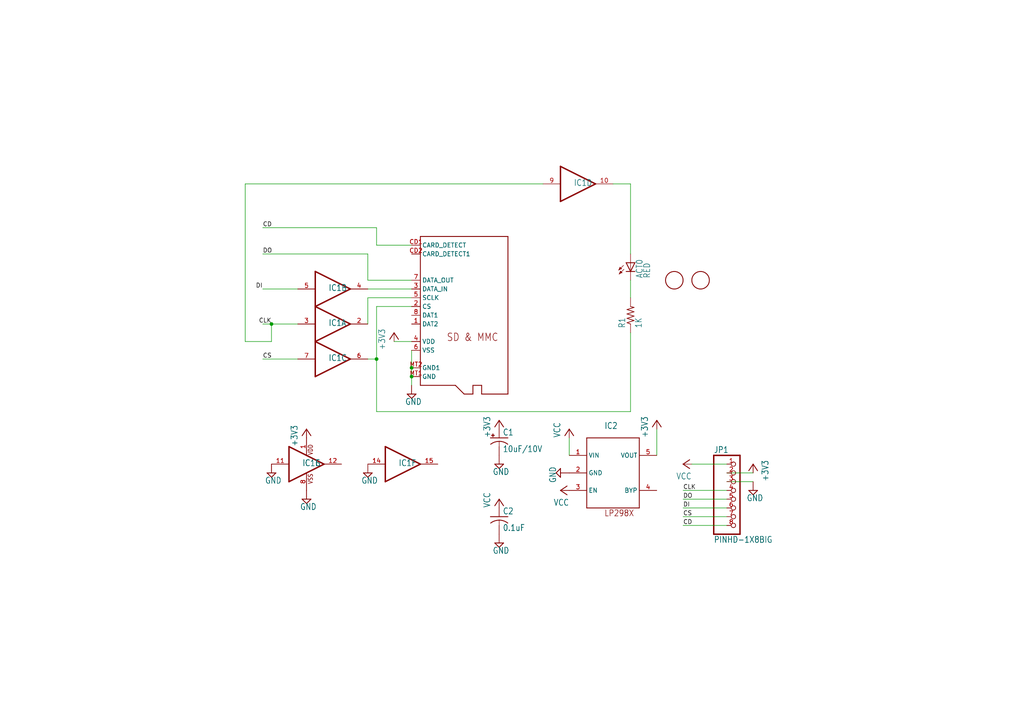
<source format=kicad_sch>
(kicad_sch (version 20211123) (generator eeschema)
  (paper "A4")
  (lib_symbols
    (symbol "schematicEagle-eagle-import:+3V3" (power)
      (property "Value" "+3V3" (at -2.54 -5.08 90))
      (symbol "+3V3_1_0"
        (polyline (pts (xy 0 0) (xy -1.27 -1.905)) (stroke (width 0.254)))
        (polyline (pts (xy 1.27 -1.905) (xy 0 0)) (stroke (width 0.254)))
        (pin power_in line (at 0 -2.54 90) (length 2.54) (name "+3V3") (number "1"))
      )
    )
    (symbol "schematicEagle-eagle-import:4050D"
      (property "Reference" "IC" (at -1.27 -0.635 0))
      (symbol "4050D_1_0"
        (polyline (pts (xy -5.08 -5.08) (xy 5.08 0)) (stroke (width 0.4064)))
        (polyline (pts (xy -5.08 5.08) (xy -5.08 -5.08)) (stroke (width 0.4064)))
        (polyline (pts (xy 5.08 0) (xy -5.08 5.08)) (stroke (width 0.4064)))
        (pin output line (at 10.16 0 180) (length 5.08) (name "O") (number "2"))
        (pin input line (at -10.16 0 0) (length 5.08) (name "I") (number "3"))
      )
      (symbol "4050D_2_0"
        (polyline (pts (xy -5.08 -5.08) (xy 5.08 0)) (stroke (width 0.4064)))
        (polyline (pts (xy -5.08 5.08) (xy -5.08 -5.08)) (stroke (width 0.4064)))
        (polyline (pts (xy 5.08 0) (xy -5.08 5.08)) (stroke (width 0.4064)))
        (pin output line (at 10.16 0 180) (length 5.08) (name "O") (number "4"))
        (pin input line (at -10.16 0 0) (length 5.08) (name "I") (number "5"))
      )
      (symbol "4050D_3_0"
        (polyline (pts (xy -5.08 -5.08) (xy 5.08 0)) (stroke (width 0.4064)))
        (polyline (pts (xy -5.08 5.08) (xy -5.08 -5.08)) (stroke (width 0.4064)))
        (polyline (pts (xy 5.08 0) (xy -5.08 5.08)) (stroke (width 0.4064)))
        (pin output line (at 10.16 0 180) (length 5.08) (name "O") (number "6"))
        (pin input line (at -10.16 0 0) (length 5.08) (name "I") (number "7"))
      )
      (symbol "4050D_4_0"
        (polyline (pts (xy -5.08 -5.08) (xy 5.08 0)) (stroke (width 0.4064)))
        (polyline (pts (xy -5.08 5.08) (xy -5.08 -5.08)) (stroke (width 0.4064)))
        (polyline (pts (xy 5.08 0) (xy -5.08 5.08)) (stroke (width 0.4064)))
        (pin output line (at 10.16 0 180) (length 5.08) (name "O") (number "10"))
        (pin input line (at -10.16 0 0) (length 5.08) (name "I") (number "9"))
      )
      (symbol "4050D_5_0"
        (polyline (pts (xy -5.08 -5.08) (xy 5.08 0)) (stroke (width 0.4064)))
        (polyline (pts (xy -5.08 5.08) (xy -5.08 -5.08)) (stroke (width 0.4064)))
        (polyline (pts (xy 5.08 0) (xy -5.08 5.08)) (stroke (width 0.4064)))
        (pin input line (at -10.16 0 0) (length 5.08) (name "I") (number "11"))
        (pin output line (at 10.16 0 180) (length 5.08) (name "O") (number "12"))
      )
      (symbol "4050D_6_0"
        (polyline (pts (xy -5.08 -5.08) (xy 5.08 0)) (stroke (width 0.4064)))
        (polyline (pts (xy -5.08 5.08) (xy -5.08 -5.08)) (stroke (width 0.4064)))
        (polyline (pts (xy 5.08 0) (xy -5.08 5.08)) (stroke (width 0.4064)))
        (pin input line (at -10.16 0 0) (length 5.08) (name "I") (number "14"))
        (pin output line (at 10.16 0 180) (length 5.08) (name "O") (number "15"))
      )
      (symbol "4050D_7_0"
        (text "VDD" (at 1.905 2.54 900) (effects (font (size 1.27 1.0795)) (justify left bottom)))
        (text "VSS" (at 1.905 -5.842 900) (effects (font (size 1.27 1.0795)) (justify left bottom)))
        (pin power_in line (at 0 7.62 270) (length 5.08) (name "VDD") (number "1"))
        (pin power_in line (at 0 -7.62 90) (length 5.08) (name "VSS") (number "8"))
      )
    )
    (symbol "schematicEagle-eagle-import:C-USC0805K"
      (property "Reference" "C" (at 1.016 0.635 0))
      (property "Value" "C-USC0805K" (at 1.016 -4.191 0))
      (symbol "C-USC0805K_1_0"
        (arc (start 0 -1.0161) (mid -1.302 -1.2303) (end -2.4668 -1.8504) (stroke (width 0.254)))
        (polyline (pts (xy -2.54 0) (xy 2.54 0)) (stroke (width 0.254)))
        (polyline (pts (xy 0 -1.016) (xy 0 -2.54)) (stroke (width 0.1524)))
        (arc (start 2.4892 -1.8542) (mid 1.3158 -1.2195) (end 0 -1) (stroke (width 0.254)))
        (pin passive line (at 0 2.54 270) (length 2.54) (name "1") (number "1"))
        (pin passive line (at 0 -5.08 90) (length 2.54) (name "2") (number "2"))
      )
    )
    (symbol "schematicEagle-eagle-import:CPOL-USA{slash}3216-18R"
      (property "Reference" "C" (at 1.016 0.635 0))
      (property "Value" "CPOL-USA{slash}3216-18R" (at 1.016 -4.191 0))
      (symbol "CPOL-USA{slash}3216-18R_1_0"
        (rectangle (start -2.253 0.668) (end -1.364 0.795) (fill (type outline)))
        (rectangle (start -1.872 0.287) (end -1.745 1.176) (fill (type outline)))
        (arc (start 0 -1.0161) (mid -1.3021 -1.2302) (end -2.4669 -1.8504) (stroke (width 0.254)))
        (polyline (pts (xy -2.54 0) (xy 2.54 0)) (stroke (width 0.254)))
        (polyline (pts (xy 0 -1.016) (xy 0 -2.54)) (stroke (width 0.1524)))
        (arc (start 2.4892 -1.8542) (mid 1.3158 -1.2195) (end 0 -1) (stroke (width 0.254)))
        (pin passive line (at 0 2.54 270) (length 2.54) (name "+") (number "+"))
        (pin passive line (at 0 -5.08 90) (length 2.54) (name "-") (number "-"))
      )
    )
    (symbol "schematicEagle-eagle-import:FIDUCIAL"
      (symbol "FIDUCIAL_1_0"
        (circle (center 0 0) (radius 2.54) (stroke (width 0.254)))
      )
    )
    (symbol "schematicEagle-eagle-import:GND" (power)
      (property "Value" "GND" (at -1.905 -3.175 0))
      (symbol "GND_1_0"
        (polyline (pts (xy -1.27 0) (xy 1.27 0)) (stroke (width 0.254)))
        (polyline (pts (xy 0 -1.27) (xy -1.27 0)) (stroke (width 0.254)))
        (polyline (pts (xy 1.27 0) (xy 0 -1.27)) (stroke (width 0.254)))
        (pin power_in line (at 0 2.54 270) (length 2.54) (name "GND") (number "1"))
      )
    )
    (symbol "schematicEagle-eagle-import:LEDCHIP-LED0805"
      (property "Reference" "LED" (at 3.556 -4.572 90))
      (property "Value" "LEDCHIP-LED0805" (at 5.715 -4.572 90))
      (symbol "LEDCHIP-LED0805_1_0"
        (polyline (pts (xy -2.032 -0.762) (xy -3.429 -2.159)) (stroke (width 0.1524)))
        (polyline (pts (xy -1.905 -1.905) (xy -3.302 -3.302)) (stroke (width 0.1524)))
        (polyline (pts (xy 0 -2.54) (xy -1.27 -2.54)) (stroke (width 0.254)))
        (polyline (pts (xy 0 -2.54) (xy -1.27 0)) (stroke (width 0.254)))
        (polyline (pts (xy 0 0) (xy -1.27 0)) (stroke (width 0.254)))
        (polyline (pts (xy 0 0) (xy 0 -2.54)) (stroke (width 0.1524)))
        (polyline (pts (xy 1.27 -2.54) (xy 0 -2.54)) (stroke (width 0.254)))
        (polyline (pts (xy 1.27 0) (xy 0 -2.54)) (stroke (width 0.254)))
        (polyline (pts (xy 1.27 0) (xy 0 0)) (stroke (width 0.254)))
        (polyline (pts (xy -3.429 -2.159) (xy -3.048 -1.27) (xy -2.54 -1.778)) (fill (type outline)))
        (polyline (pts (xy -3.302 -3.302) (xy -2.921 -2.413) (xy -2.413 -2.921)) (fill (type outline)))
        (pin passive line (at 0 2.54 270) (length 2.54) (name "A") (number "A"))
        (pin passive line (at 0 -5.08 90) (length 2.54) (name "C") (number "C"))
      )
    )
    (symbol "schematicEagle-eagle-import:LP298XS"
      (property "Reference" "IC" (at -12.7 -5.08 90))
      (symbol "LP298XS_1_0"
        (polyline (pts (xy -10.16 -10.16) (xy 10.16 -10.16)) (stroke (width 0.254)))
        (polyline (pts (xy -10.16 5.08) (xy -10.16 -10.16)) (stroke (width 0.254)))
        (polyline (pts (xy 10.16 -10.16) (xy 10.16 5.08)) (stroke (width 0.254)))
        (polyline (pts (xy 10.16 5.08) (xy -10.16 5.08)) (stroke (width 0.254)))
        (text "LP298X" (at 12.7 -5.08 900) (effects (font (size 1.778 1.5113)) (justify left bottom)))
        (pin bidirectional line (at -5.08 -15.24 90) (length 5.08) (name "VIN") (number "1"))
        (pin bidirectional line (at 0 -15.24 90) (length 5.08) (name "GND") (number "2"))
        (pin bidirectional line (at 5.08 -15.24 90) (length 5.08) (name "EN") (number "3"))
        (pin bidirectional line (at 5.08 10.16 270) (length 5.08) (name "BYP") (number "4"))
        (pin bidirectional line (at -5.08 10.16 270) (length 5.08) (name "VOUT") (number "5"))
      )
    )
    (symbol "schematicEagle-eagle-import:MICROSD"
      (symbol "MICROSD_1_0"
        (polyline (pts (xy -15.24 -22.86) (xy -5.08 -22.86)) (stroke (width 0.254)))
        (polyline (pts (xy -15.24 20.32) (xy -15.24 -22.86)) (stroke (width 0.254)))
        (polyline (pts (xy -5.08 -22.86) (xy -2.54 -25.4)) (stroke (width 0.254)))
        (polyline (pts (xy -2.54 -25.4) (xy 0 -25.4)) (stroke (width 0.254)))
        (polyline (pts (xy 0 -25.4) (xy 0 -22.86)) (stroke (width 0.254)))
        (polyline (pts (xy 0 -22.86) (xy 2.54 -22.86)) (stroke (width 0.254)))
        (polyline (pts (xy 2.54 -25.4) (xy 10.16 -25.4)) (stroke (width 0.254)))
        (polyline (pts (xy 2.54 -22.86) (xy 2.54 -25.4)) (stroke (width 0.254)))
        (polyline (pts (xy 10.16 -25.4) (xy 10.16 20.32)) (stroke (width 0.254)))
        (polyline (pts (xy 10.16 20.32) (xy -15.24 20.32)) (stroke (width 0.254)))
        (text "SD & MMC" (at -7.62 -10.16 0) (effects (font (size 2.1844 1.8567)) (justify left bottom)))
        (pin bidirectional line (at -17.78 -5.08 0) (length 2.54) (name "DAT2") (number "1"))
        (pin input line (at -17.78 0 0) (length 2.54) (name "CS") (number "2"))
        (pin input line (at -17.78 5.08 0) (length 2.54) (name "DATA_IN") (number "3"))
        (pin power_in line (at -17.78 -10.16 0) (length 2.54) (name "VDD") (number "4"))
        (pin input line (at -17.78 2.54 0) (length 2.54) (name "SCLK") (number "5"))
        (pin power_in line (at -17.78 -12.7 0) (length 2.54) (name "VSS") (number "6"))
        (pin output line (at -17.78 7.62 0) (length 2.54) (name "DATA_OUT") (number "7"))
        (pin bidirectional line (at -17.78 -2.54 0) (length 2.54) (name "DAT1") (number "8"))
        (pin passive line (at -17.78 17.78 0) (length 2.54) (name "CARD_DETECT") (number "CD1"))
        (pin passive line (at -17.78 15.24 0) (length 2.54) (name "CARD_DETECT1") (number "CD2"))
        (pin power_in line (at -17.78 -20.32 0) (length 2.54) (name "GND") (number "MT1"))
        (pin power_in line (at -17.78 -17.78 0) (length 2.54) (name "GND1") (number "MT2"))
      )
    )
    (symbol "schematicEagle-eagle-import:PINHD-1X8BIG"
      (property "Reference" "JP" (at -6.35 10.795 0))
      (property "Value" "PINHD-1X8BIG" (at -6.35 -15.24 0))
      (symbol "PINHD-1X8BIG_1_0"
        (polyline (pts (xy -6.35 -12.7) (xy 1.27 -12.7)) (stroke (width 0.4064)))
        (polyline (pts (xy -6.35 10.16) (xy -6.35 -12.7)) (stroke (width 0.4064)))
        (polyline (pts (xy 1.27 -12.7) (xy 1.27 10.16)) (stroke (width 0.4064)))
        (polyline (pts (xy 1.27 10.16) (xy -6.35 10.16)) (stroke (width 0.4064)))
        (pin passive inverted (at -2.54 7.62 0) (length 2.54) (name "1") (number "1"))
        (pin passive inverted (at -2.54 5.08 0) (length 2.54) (name "2") (number "2"))
        (pin passive inverted (at -2.54 2.54 0) (length 2.54) (name "3") (number "3"))
        (pin passive inverted (at -2.54 0 0) (length 2.54) (name "4") (number "4"))
        (pin passive inverted (at -2.54 -2.54 0) (length 2.54) (name "5") (number "5"))
        (pin passive inverted (at -2.54 -5.08 0) (length 2.54) (name "6") (number "6"))
        (pin passive inverted (at -2.54 -7.62 0) (length 2.54) (name "7") (number "7"))
        (pin passive inverted (at -2.54 -10.16 0) (length 2.54) (name "8") (number "8"))
      )
    )
    (symbol "schematicEagle-eagle-import:R-US_R0805"
      (property "Reference" "R" (at -3.81 1.4986 0))
      (property "Value" "R-US_R0805" (at -3.81 -3.302 0))
      (symbol "R-US_R0805_1_0"
        (polyline (pts (xy -2.54 0) (xy -2.159 1.016)) (stroke (width 0.2032)))
        (polyline (pts (xy -2.159 1.016) (xy -1.524 -1.016)) (stroke (width 0.2032)))
        (polyline (pts (xy -1.524 -1.016) (xy -0.889 1.016)) (stroke (width 0.2032)))
        (polyline (pts (xy -0.889 1.016) (xy -0.254 -1.016)) (stroke (width 0.2032)))
        (polyline (pts (xy -0.254 -1.016) (xy 0.381 1.016)) (stroke (width 0.2032)))
        (polyline (pts (xy 0.381 1.016) (xy 1.016 -1.016)) (stroke (width 0.2032)))
        (polyline (pts (xy 1.016 -1.016) (xy 1.651 1.016)) (stroke (width 0.2032)))
        (polyline (pts (xy 1.651 1.016) (xy 2.286 -1.016)) (stroke (width 0.2032)))
        (polyline (pts (xy 2.286 -1.016) (xy 2.54 0)) (stroke (width 0.2032)))
        (pin passive line (at -5.08 0 0) (length 2.54) (name "1") (number "1"))
        (pin passive line (at 5.08 0 180) (length 2.54) (name "2") (number "2"))
      )
    )
    (symbol "schematicEagle-eagle-import:VCC" (power)
      (property "Value" "VCC" (at -2.54 -2.54 90))
      (symbol "VCC_1_0"
        (polyline (pts (xy 0 0) (xy -1.27 -1.905)) (stroke (width 0.254)))
        (polyline (pts (xy 1.27 -1.905) (xy 0 0)) (stroke (width 0.254)))
        (pin power_in line (at 0 -2.54 90) (length 2.54) (name "VCC") (number "1"))
      )
    )
  )
  (junction (at 119.38 106.68))
  (junction (at 119.38 109.22))
  (junction (at 78.74 93.98))
  (junction (at 109.22 104.14))
  (wire (pts (xy 119.38 101.6) (xy 119.38 106.68)))
  (wire (pts (xy 182.88 81.28) (xy 182.88 86.36)))
  (wire (pts (xy 78.74 93.98) (xy 76.2 93.98)))
  (wire (pts (xy 218.44 137.16) (xy 210.82 137.16)))
  (wire (pts (xy 182.88 53.34) (xy 182.88 73.66)))
  (wire (pts (xy 210.82 142.24) (xy 198.12 142.24)))
  (wire (pts (xy 218.44 139.7) (xy 210.82 139.7)))
  (wire (pts (xy 106.68 86.36) (xy 119.38 86.36)))
  (wire (pts (xy 109.22 88.9) (xy 119.38 88.9)))
  (wire (pts (xy 119.38 109.22) (xy 119.38 111.76)))
  (wire (pts (xy 86.36 93.98) (xy 78.74 93.98)))
  (wire (pts (xy 114.3 99.06) (xy 119.38 99.06)))
  (wire (pts (xy 109.22 119.38) (xy 182.88 119.38)))
  (wire (pts (xy 106.68 81.28) (xy 106.68 73.66)))
  (wire (pts (xy 76.2 73.66) (xy 106.68 73.66)))
  (wire (pts (xy 210.82 144.78) (xy 198.12 144.78)))
  (wire (pts (xy 119.38 71.12) (xy 109.22 71.12)))
  (wire (pts (xy 109.22 104.14) (xy 109.22 119.38)))
  (wire (pts (xy 119.38 106.68) (xy 119.38 109.22)))
  (wire (pts (xy 210.82 149.86) (xy 198.12 149.86)))
  (wire (pts (xy 78.74 99.06) (xy 78.74 93.98)))
  (wire (pts (xy 86.36 83.82) (xy 76.2 83.82)))
  (wire (pts (xy 182.88 119.38) (xy 182.88 96.52)))
  (wire (pts (xy 109.22 71.12) (xy 109.22 66.04)))
  (wire (pts (xy 106.68 83.82) (xy 119.38 83.82)))
  (wire (pts (xy 109.22 104.14) (xy 109.22 88.9)))
  (wire (pts (xy 106.68 93.98) (xy 106.68 86.36)))
  (wire (pts (xy 71.12 99.06) (xy 78.74 99.06)))
  (wire (pts (xy 200.66 134.62) (xy 210.82 134.62)))
  (wire (pts (xy 165.1 132.08) (xy 165.1 127)))
  (wire (pts (xy 119.38 81.28) (xy 106.68 81.28)))
  (wire (pts (xy 71.12 53.34) (xy 71.12 99.06)))
  (wire (pts (xy 157.48 53.34) (xy 71.12 53.34)))
  (wire (pts (xy 210.82 147.32) (xy 198.12 147.32)))
  (wire (pts (xy 109.22 66.04) (xy 76.2 66.04)))
  (wire (pts (xy 210.82 152.4) (xy 198.12 152.4)))
  (wire (pts (xy 177.8 53.34) (xy 182.88 53.34)))
  (wire (pts (xy 190.5 124.46) (xy 190.5 132.08)))
  (wire (pts (xy 106.68 104.14) (xy 109.22 104.14)))
  (wire (pts (xy 86.36 104.14) (xy 76.2 104.14)))
  (label "CS" (at 76.2 104.14 0) (effects (font (size 1.2446 1.2446))))
  (label "CD" (at 76.2 66.04 0) (effects (font (size 1.2446 1.2446))))
  (label "CS" (at 198.12 149.86 0) (effects (font (size 1.2446 1.2446))))
  (label "CLK" (at 78.74 93.98 180) (effects (font (size 1.2446 1.2446))))
  (label "DO" (at 198.12 144.78 0) (effects (font (size 1.2446 1.2446))))
  (label "DI" (at 76.2 83.82 180) (effects (font (size 1.2446 1.2446))))
  (label "DO" (at 76.2 73.66 0) (effects (font (size 1.2446 1.2446))))
  (label "CLK" (at 198.12 142.24 0) (effects (font (size 1.2446 1.2446))))
  (label "CD" (at 198.12 152.4 0) (effects (font (size 1.2446 1.2446))))
  (label "DI" (at 198.12 147.32 0) (effects (font (size 1.2446 1.2446))))
  (symbol (lib_id "schematicEagle-eagle-import:4050D") (at 96.52 93.98 0) (unit 1)
    (property "Reference" "IC1" (at 95.25 94.615 0) (effects (font (size 1.778 1.5113)) (justify left bottom)))
    (property "Value" "4050D" (effects hide))
    (property "Footprint" "schematicEagle:SO16" (effects hide))
  )
  (symbol (lib_id "schematicEagle-eagle-import:LP298XS") (at 180.34 137.16 270) (unit 1)
    (property "Reference" "IC2" (at 175.26 124.46 90) (effects (font (size 1.778 1.5113)) (justify left bottom)))
    (property "Value" "LP298XS" (effects hide))
    (property "Footprint" "schematicEagle:SOT23-5L" (effects hide))
  )
  (symbol (lib_id "schematicEagle-eagle-import:VCC") (at 165.1 124.46 0) (unit 1)
    (property "Reference" "#P+2" (effects hide))
    (property "Value" "VCC" (at 162.56 127 90) (effects (font (size 1.778 1.5113)) (justify left bottom)))
    (property "Footprint" "schematicEagle:" (effects hide))
  )
  (symbol (lib_id "schematicEagle-eagle-import:LEDCHIP-LED0805") (at 182.88 76.2 0) (unit 1)
    (property "Reference" "ACT0" (at 186.436 80.772 90) (effects (font (size 1.778 1.5113)) (justify left bottom)))
    (property "Value" "RED" (at 188.595 80.772 90) (effects (font (size 1.778 1.5113)) (justify left bottom)))
    (property "Footprint" "schematicEagle:CHIP-LED0805" (effects hide))
  )
  (symbol (lib_id "schematicEagle-eagle-import:R-US_R0805") (at 182.88 91.44 90) (unit 1)
    (property "Reference" "R1" (at 181.3814 95.25 0) (effects (font (size 1.778 1.5113)) (justify left bottom)))
    (property "Value" "1K" (at 186.182 95.25 0) (effects (font (size 1.778 1.5113)) (justify left bottom)))
    (property "Footprint" "schematicEagle:R0805" (effects hide))
  )
  (symbol (lib_id "schematicEagle-eagle-import:GND") (at 106.68 137.16 0) (unit 1)
    (property "Reference" "#SUPPLY9" (effects hide))
    (property "Value" "GND" (at 104.775 140.335 0) (effects (font (size 1.778 1.5113)) (justify left bottom)))
    (property "Footprint" "schematicEagle:" (effects hide))
  )
  (symbol (lib_id "schematicEagle-eagle-import:FIDUCIAL") (at 203.2 81.28 0) (unit 1)
    (property "Reference" "U$1" (effects hide))
    (property "Value" "FIDUCIAL" (effects hide))
    (property "Footprint" "schematicEagle:FIDUCIAL_1MM" (effects hide))
  )
  (symbol (lib_id "schematicEagle-eagle-import:CPOL-USA{slash}3216-18R") (at 144.78 127 0) (unit 1)
    (property "Reference" "C1" (at 145.796 126.365 0) (effects (font (size 1.778 1.5113)) (justify left bottom)))
    (property "Value" "10uF/10V" (at 145.796 131.191 0) (effects (font (size 1.778 1.5113)) (justify left bottom)))
    (property "Footprint" "schematicEagle:A_3216-18R" (effects hide))
  )
  (symbol (lib_id "schematicEagle-eagle-import:4050D") (at 88.9 134.62 0) (unit 5)
    (property "Reference" "IC1" (at 87.63 135.255 0) (effects (font (size 1.778 1.5113)) (justify left bottom)))
    (property "Value" "4050D" (effects hide))
    (property "Footprint" "schematicEagle:SO16" (effects hide))
  )
  (symbol (lib_id "schematicEagle-eagle-import:+3V3") (at 114.3 96.52 0) (unit 1)
    (property "Reference" "#+3V2" (effects hide))
    (property "Value" "+3V3" (at 111.76 101.6 90) (effects (font (size 1.778 1.5113)) (justify left bottom)))
    (property "Footprint" "schematicEagle:" (effects hide))
  )
  (symbol (lib_id "schematicEagle-eagle-import:VCC") (at 162.56 142.24 90) (unit 1)
    (property "Reference" "#P+3" (effects hide))
    (property "Value" "VCC" (at 165.1 144.78 90) (effects (font (size 1.778 1.5113)) (justify left bottom)))
    (property "Footprint" "schematicEagle:" (effects hide))
  )
  (symbol (lib_id "schematicEagle-eagle-import:C-USC0805K") (at 144.78 149.86 0) (unit 1)
    (property "Reference" "C2" (at 145.796 149.225 0) (effects (font (size 1.778 1.5113)) (justify left bottom)))
    (property "Value" "0.1uF" (at 145.796 154.051 0) (effects (font (size 1.778 1.5113)) (justify left bottom)))
    (property "Footprint" "schematicEagle:C0805K" (effects hide))
  )
  (symbol (lib_id "schematicEagle-eagle-import:VCC") (at 144.78 144.78 0) (unit 1)
    (property "Reference" "#P+1" (effects hide))
    (property "Value" "VCC" (at 142.24 147.32 90) (effects (font (size 1.778 1.5113)) (justify left bottom)))
    (property "Footprint" "schematicEagle:" (effects hide))
  )
  (symbol (lib_id "schematicEagle-eagle-import:MICROSD") (at 137.16 88.9 0) (unit 1)
    (property "Reference" "X1" (effects hide))
    (property "Value" "MICROSD" (effects hide))
    (property "Footprint" "schematicEagle:MICROSD" (effects hide))
  )
  (symbol (lib_id "schematicEagle-eagle-import:GND") (at 144.78 157.48 0) (unit 1)
    (property "Reference" "#SUPPLY4" (effects hide))
    (property "Value" "GND" (at 142.875 160.655 0) (effects (font (size 1.778 1.5113)) (justify left bottom)))
    (property "Footprint" "schematicEagle:" (effects hide))
  )
  (symbol (lib_id "schematicEagle-eagle-import:4050D") (at 116.84 134.62 0) (unit 6)
    (property "Reference" "IC1" (at 115.57 135.255 0) (effects (font (size 1.778 1.5113)) (justify left bottom)))
    (property "Value" "4050D" (effects hide))
    (property "Footprint" "schematicEagle:SO16" (effects hide))
  )
  (symbol (lib_id "schematicEagle-eagle-import:GND") (at 119.38 114.3 0) (unit 1)
    (property "Reference" "#SUPPLY2" (effects hide))
    (property "Value" "GND" (at 117.475 117.475 0) (effects (font (size 1.778 1.5113)) (justify left bottom)))
    (property "Footprint" "schematicEagle:" (effects hide))
  )
  (symbol (lib_id "schematicEagle-eagle-import:+3V3") (at 218.44 134.62 0) (mirror y) (unit 1)
    (property "Reference" "#+3V5" (effects hide))
    (property "Value" "+3V3" (at 220.98 139.7 90) (effects (font (size 1.778 1.5113)) (justify left bottom)))
    (property "Footprint" "schematicEagle:" (effects hide))
  )
  (symbol (lib_id "schematicEagle-eagle-import:4050D") (at 96.52 83.82 0) (unit 2)
    (property "Reference" "IC1" (at 95.25 84.455 0) (effects (font (size 1.778 1.5113)) (justify left bottom)))
    (property "Value" "4050D" (effects hide))
    (property "Footprint" "schematicEagle:SO16" (effects hide))
  )
  (symbol (lib_id "schematicEagle-eagle-import:+3V3") (at 144.78 121.92 0) (unit 1)
    (property "Reference" "#+3V4" (effects hide))
    (property "Value" "+3V3" (at 142.24 127 90) (effects (font (size 1.778 1.5113)) (justify left bottom)))
    (property "Footprint" "schematicEagle:" (effects hide))
  )
  (symbol (lib_id "schematicEagle-eagle-import:4050D") (at 96.52 104.14 0) (unit 3)
    (property "Reference" "IC1" (at 95.25 104.775 0) (effects (font (size 1.778 1.5113)) (justify left bottom)))
    (property "Value" "4050D" (effects hide))
    (property "Footprint" "schematicEagle:SO16" (effects hide))
  )
  (symbol (lib_id "schematicEagle-eagle-import:VCC") (at 198.12 134.62 90) (unit 1)
    (property "Reference" "#P+4" (effects hide))
    (property "Value" "VCC" (at 200.66 137.16 90) (effects (font (size 1.778 1.5113)) (justify left bottom)))
    (property "Footprint" "schematicEagle:" (effects hide))
  )
  (symbol (lib_id "schematicEagle-eagle-import:GND") (at 218.44 142.24 0) (unit 1)
    (property "Reference" "#SUPPLY6" (effects hide))
    (property "Value" "GND" (at 216.535 145.415 0) (effects (font (size 1.778 1.5113)) (justify left bottom)))
    (property "Footprint" "schematicEagle:" (effects hide))
  )
  (symbol (lib_id "schematicEagle-eagle-import:PINHD-1X8BIG") (at 213.36 142.24 0) (unit 1)
    (property "Reference" "JP1" (at 207.01 131.445 0) (effects (font (size 1.778 1.5113)) (justify left bottom)))
    (property "Value" "PINHD-1X8BIG" (at 207.01 157.48 0) (effects (font (size 1.778 1.5113)) (justify left bottom)))
    (property "Footprint" "schematicEagle:1X08-BIG" (effects hide))
  )
  (symbol (lib_id "schematicEagle-eagle-import:+3V3") (at 88.9 124.46 0) (unit 1)
    (property "Reference" "#+3V3" (effects hide))
    (property "Value" "+3V3" (at 86.36 129.54 90) (effects (font (size 1.778 1.5113)) (justify left bottom)))
    (property "Footprint" "schematicEagle:" (effects hide))
  )
  (symbol (lib_id "schematicEagle-eagle-import:GND") (at 144.78 134.62 0) (unit 1)
    (property "Reference" "#SUPPLY5" (effects hide))
    (property "Value" "GND" (at 142.875 137.795 0) (effects (font (size 1.778 1.5113)) (justify left bottom)))
    (property "Footprint" "schematicEagle:" (effects hide))
  )
  (symbol (lib_id "schematicEagle-eagle-import:GND") (at 88.9 144.78 0) (unit 1)
    (property "Reference" "#SUPPLY3" (effects hide))
    (property "Value" "GND" (at 86.995 147.955 0) (effects (font (size 1.778 1.5113)) (justify left bottom)))
    (property "Footprint" "schematicEagle:" (effects hide))
  )
  (symbol (lib_id "schematicEagle-eagle-import:+3V3") (at 190.5 121.92 0) (unit 1)
    (property "Reference" "#+3V1" (effects hide))
    (property "Value" "+3V3" (at 187.96 127 90) (effects (font (size 1.778 1.5113)) (justify left bottom)))
    (property "Footprint" "schematicEagle:" (effects hide))
  )
  (symbol (lib_id "schematicEagle-eagle-import:4050D") (at 88.9 134.62 0) (unit 7)
    (property "Reference" "IC1" (at 87.63 135.255 0) (effects (font (size 1.778 1.5113)) (justify left bottom)))
    (property "Value" "4050D" (effects hide))
    (property "Footprint" "schematicEagle:SO16" (effects hide))
  )
  (symbol (lib_id "schematicEagle-eagle-import:GND") (at 162.56 137.16 270) (unit 1)
    (property "Reference" "#SUPPLY1" (effects hide))
    (property "Value" "GND" (at 159.385 135.255 0) (effects (font (size 1.778 1.5113)) (justify left bottom)))
    (property "Footprint" "schematicEagle:" (effects hide))
  )
  (symbol (lib_id "schematicEagle-eagle-import:FIDUCIAL") (at 195.58 81.28 0) (unit 1)
    (property "Reference" "U$2" (effects hide))
    (property "Value" "FIDUCIAL" (effects hide))
    (property "Footprint" "schematicEagle:FIDUCIAL_1MM" (effects hide))
  )
  (symbol (lib_id "schematicEagle-eagle-import:4050D") (at 167.64 53.34 0) (unit 4)
    (property "Reference" "IC1" (at 166.37 53.975 0) (effects (font (size 1.778 1.5113)) (justify left bottom)))
    (property "Value" "4050D" (effects hide))
    (property "Footprint" "schematicEagle:SO16" (effects hide))
  )
  (symbol (lib_id "schematicEagle-eagle-import:GND") (at 78.74 137.16 0) (unit 1)
    (property "Reference" "#SUPPLY8" (effects hide))
    (property "Value" "GND" (at 76.835 140.335 0) (effects (font (size 1.778 1.5113)) (justify left bottom)))
    (property "Footprint" "schematicEagle:" (effects hide))
  )
)
</source>
